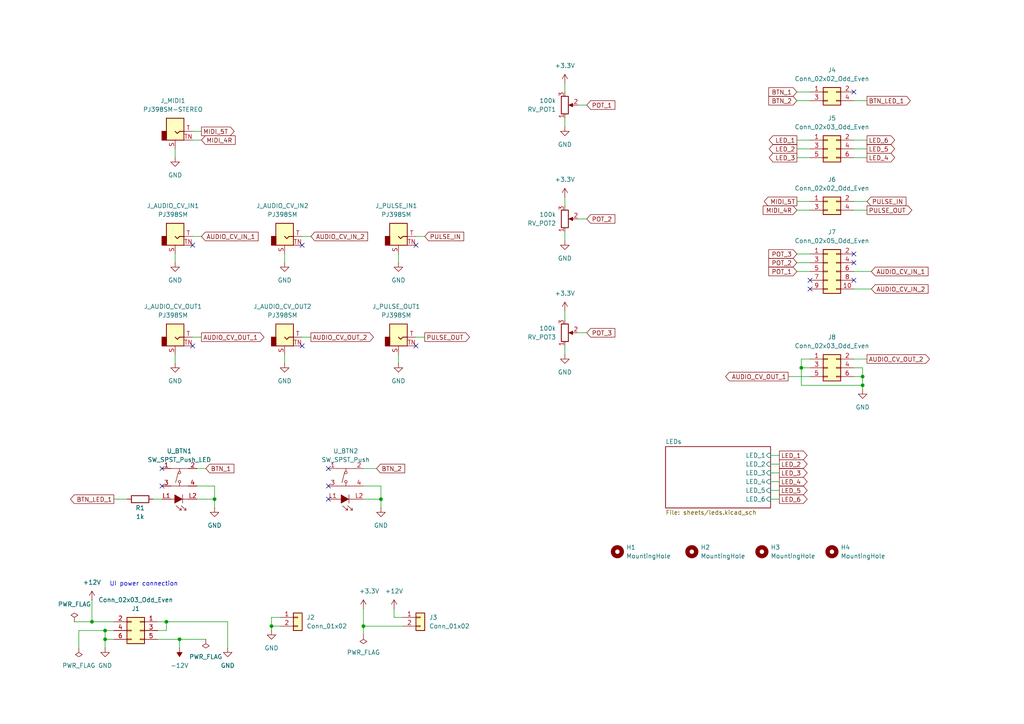
<source format=kicad_sch>
(kicad_sch (version 20250114) (generator "eeschema") (generator_version "9.0")
  (paper "A4")
  (title_block (title "Hog Moduleur Sidechain Mixer UI") (date "2025-07-06") (rev "v0.1") (company "Shmøergh"))
  (lib_symbols
    (symbol "Connector_Generic:Conn_01x02" (pin_names (offset 1.016) (hide yes))
      (property "Reference" "J" (at 0 2.54 0))
      (property "Value" "Conn_01x02" (at 0 -5.08 0))
      (symbol "Conn_01x02_1_1"
        (rectangle (start -1.27 1.27) (end 1.27 -3.81) (stroke (width 0.254)) (fill (type background)))
        (rectangle (start -1.27 0.127) (end 0 -0.127) (stroke (width 0.1524)))
        (rectangle (start -1.27 -2.413) (end 0 -2.667) (stroke (width 0.1524)))
        (pin passive line (at -5.08 0 0) (length 3.81) (name "Pin_1") (number "1"))
        (pin passive line (at -5.08 -2.54 0) (length 3.81) (name "Pin_2") (number "2"))
      )
    )
    (symbol "Connector_Generic:Conn_02x02_Odd_Even" (pin_names (offset 1.016) (hide yes))
      (property "Reference" "J" (at 1.27 2.54 0))
      (property "Value" "Conn_02x02_Odd_Even" (at 1.27 -5.08 0))
      (symbol "Conn_02x02_Odd_Even_1_1"
        (rectangle (start -1.27 1.27) (end 3.81 -3.81) (stroke (width 0.254)) (fill (type background)))
        (rectangle (start -1.27 0.127) (end 0 -0.127) (stroke (width 0.1524)))
        (rectangle (start -1.27 -2.413) (end 0 -2.667) (stroke (width 0.1524)))
        (rectangle (start 3.81 0.127) (end 2.54 -0.127) (stroke (width 0.1524)))
        (rectangle (start 3.81 -2.413) (end 2.54 -2.667) (stroke (width 0.1524)))
        (pin passive line (at -5.08 0 0) (length 3.81) (name "Pin_1") (number "1"))
        (pin passive line (at -5.08 -2.54 0) (length 3.81) (name "Pin_3") (number "3"))
        (pin passive line (at 7.62 0 180) (length 3.81) (name "Pin_2") (number "2"))
        (pin passive line (at 7.62 -2.54 180) (length 3.81) (name "Pin_4") (number "4"))
      )
    )
    (symbol "Connector_Generic:Conn_02x03_Odd_Even" (pin_names (offset 1.016) (hide yes))
      (property "Reference" "J" (at 1.27 5.08 0))
      (property "Value" "Conn_02x03_Odd_Even" (at 1.27 -5.08 0))
      (symbol "Conn_02x03_Odd_Even_1_1"
        (rectangle (start -1.27 3.81) (end 3.81 -3.81) (stroke (width 0.254)) (fill (type background)))
        (rectangle (start -1.27 2.667) (end 0 2.413) (stroke (width 0.1524)))
        (rectangle (start -1.27 0.127) (end 0 -0.127) (stroke (width 0.1524)))
        (rectangle (start -1.27 -2.413) (end 0 -2.667) (stroke (width 0.1524)))
        (rectangle (start 3.81 2.667) (end 2.54 2.413) (stroke (width 0.1524)))
        (rectangle (start 3.81 0.127) (end 2.54 -0.127) (stroke (width 0.1524)))
        (rectangle (start 3.81 -2.413) (end 2.54 -2.667) (stroke (width 0.1524)))
        (pin passive line (at -5.08 2.54 0) (length 3.81) (name "Pin_1") (number "1"))
        (pin passive line (at -5.08 0 0) (length 3.81) (name "Pin_3") (number "3"))
        (pin passive line (at -5.08 -2.54 0) (length 3.81) (name "Pin_5") (number "5"))
        (pin passive line (at 7.62 2.54 180) (length 3.81) (name "Pin_2") (number "2"))
        (pin passive line (at 7.62 0 180) (length 3.81) (name "Pin_4") (number "4"))
        (pin passive line (at 7.62 -2.54 180) (length 3.81) (name "Pin_6") (number "6"))
      )
    )
    (symbol "Connector_Generic:Conn_02x05_Odd_Even" (pin_names (offset 1.016) (hide yes))
      (property "Reference" "J" (at 1.27 7.62 0))
      (property "Value" "Conn_02x05_Odd_Even" (at 1.27 -7.62 0))
      (symbol "Conn_02x05_Odd_Even_1_1"
        (rectangle (start -1.27 6.35) (end 3.81 -6.35) (stroke (width 0.254)) (fill (type background)))
        (rectangle (start -1.27 5.207) (end 0 4.953) (stroke (width 0.1524)))
        (rectangle (start -1.27 2.667) (end 0 2.413) (stroke (width 0.1524)))
        (rectangle (start -1.27 0.127) (end 0 -0.127) (stroke (width 0.1524)))
        (rectangle (start -1.27 -2.413) (end 0 -2.667) (stroke (width 0.1524)))
        (rectangle (start -1.27 -4.953) (end 0 -5.207) (stroke (width 0.1524)))
        (rectangle (start 3.81 5.207) (end 2.54 4.953) (stroke (width 0.1524)))
        (rectangle (start 3.81 2.667) (end 2.54 2.413) (stroke (width 0.1524)))
        (rectangle (start 3.81 0.127) (end 2.54 -0.127) (stroke (width 0.1524)))
        (rectangle (start 3.81 -2.413) (end 2.54 -2.667) (stroke (width 0.1524)))
        (rectangle (start 3.81 -4.953) (end 2.54 -5.207) (stroke (width 0.1524)))
        (pin passive line (at -5.08 5.08 0) (length 3.81) (name "Pin_1") (number "1"))
        (pin passive line (at -5.08 2.54 0) (length 3.81) (name "Pin_3") (number "3"))
        (pin passive line (at -5.08 0 0) (length 3.81) (name "Pin_5") (number "5"))
        (pin passive line (at -5.08 -2.54 0) (length 3.81) (name "Pin_7") (number "7"))
        (pin passive line (at -5.08 -5.08 0) (length 3.81) (name "Pin_9") (number "9"))
        (pin passive line (at 7.62 5.08 180) (length 3.81) (name "Pin_2") (number "2"))
        (pin passive line (at 7.62 2.54 180) (length 3.81) (name "Pin_4") (number "4"))
        (pin passive line (at 7.62 0 180) (length 3.81) (name "Pin_6") (number "6"))
        (pin passive line (at 7.62 -2.54 180) (length 3.81) (name "Pin_8") (number "8"))
        (pin passive line (at 7.62 -5.08 180) (length 3.81) (name "Pin_10") (number "10"))
      )
    )
    (symbol "Device:R" (pin_numbers (hide yes)) (pin_names (offset 0))
      (property "Reference" "R" (at 2.032 0 90))
      (property "Value" "R" (at 0 0 90))
      (symbol "R_0_1"
        (rectangle (start -1.016 -2.54) (end 1.016 2.54) (stroke (width 0.254)))
      )
      (symbol "R_1_1"
        (pin passive line (at 0 3.81 270) (length 1.27) (name "~") (number "1"))
        (pin passive line (at 0 -3.81 90) (length 1.27) (name "~") (number "2"))
      )
    )
    (symbol "Device:R_Potentiometer" (pin_names (offset 1.016) (hide yes))
      (property "Reference" "RV" (at -4.445 0 90))
      (property "Value" "R_Potentiometer" (at -2.54 0 90))
      (symbol "R_Potentiometer_0_1"
        (rectangle (start 1.016 2.54) (end -1.016 -2.54) (stroke (width 0.254)))
        (polyline (pts (xy 1.143 0) (xy 2.286 0.508) (xy 2.286 -0.508) (xy 1.143 0)) (fill (type outline)))
        (polyline (pts (xy 2.54 0) (xy 1.524 0)))
      )
      (symbol "R_Potentiometer_1_1"
        (pin passive line (at 0 3.81 270) (length 1.27) (name "1") (number "1"))
        (pin passive line (at 0 -3.81 90) (length 1.27) (name "3") (number "3"))
        (pin passive line (at 3.81 0 180) (length 1.27) (name "2") (number "2"))
      )
    )
    (symbol "Mechanical:MountingHole" (pin_names (offset 1.016)) (in_bom no)
      (property "Reference" "H" (at 0 5.08 0))
      (property "Value" "MountingHole" (at 0 3.175 0))
      (symbol "MountingHole_0_1"
        (circle (center 0 0) (radius 1.27) (stroke (width 1.27)))
      )
    )
    (symbol "Shmoergh-Custom-Components:AudioJack2_Thonkiconn_S"
      (property "Reference" "J" (at 0 8.89 0))
      (property "Value" "AudioJack2_Thonkiconn" (at 0 6.35 0))
      (symbol "AudioJack2_Thonkiconn_S_0_1"
        (rectangle (start -2.54 -2.54) (end -3.81 0) (stroke (width 0.254)) (fill (type outline)))
        (polyline (pts (xy 0 0) (xy 0.635 -0.635) (xy 1.27 0) (xy 2.54 0)) (stroke (width 0.254)))
        (rectangle (start 2.54 3.81) (end -2.54 -2.54) (stroke (width 0.254)) (fill (type background)))
      )
      (symbol "AudioJack2_Thonkiconn_S_1_1"
        (pin passive line (at 0 -5.08 90) (length 2.54) (name "~") (number "S"))
        (pin bidirectional line (at 5.08 0 180) (length 2.54) (name "~") (number "T"))
        (pin passive line (at 5.08 -2.54 180) (length 2.54) (name "~") (number "TN"))
      )
    )
    (symbol "Shmoergh-Custom-Components:SW_SPST_Push_LED" (pin_names (offset 1.016))
      (property "Reference" "U" (at 0 6.35 0))
      (property "Value" "SW_SPST_Push_LED" (at 0.381 8.89 0))
      (symbol "SW_SPST_Push_LED_0_1"
        (rectangle (start -2.54 2.54) (end 2.54 2.54))
        (rectangle (start -2.54 -2.54) (end 2.54 -2.54))
        (polyline (pts (xy -1.397 -7.493) (xy -1.397 -5.08) (xy 0.762 -6.35) (xy -1.397 -7.493)) (fill (type outline)))
        (polyline (pts (xy -1.016 -8.255) (xy 0.508 -9.525) (xy -0.127 -9.525)))
        (polyline (pts (xy -0.381 1.397) (xy -1.143 -1.524)))
        (rectangle (start 0 2.54) (end 0 1.778))
        (circle (center 0 1.397) (radius 0.3556))
        (circle (center 0 -1.27) (radius 0.3556))
        (rectangle (start 0 -2.54) (end 0 -1.651))
        (polyline (pts (xy 0.508 -8.255) (xy 1.905 -9.525) (xy 1.27 -9.525)))
        (polyline (pts (xy 0.508 -9.525) (xy 0.381 -8.89)))
        (polyline (pts (xy 0.889 -5.08) (xy 0.889 -7.493)))
        (polyline (pts (xy 1.905 -9.525) (xy 1.778 -8.89)))
        (polyline (pts (xy 2.54 -6.35) (xy 0.889 -6.35) (xy -2.667 -6.35)))
      )
      (symbol "SW_SPST_Push_LED_1_1"
        (pin input line (at -5.08 2.54 0) (length 2.54) (name "~") (number "1"))
        (pin input line (at -5.08 -2.54 0) (length 2.54) (name "~") (number "3"))
        (pin input line (at -5.08 -6.35 0) (length 2.54) (name "~") (number "L1"))
        (pin input line (at 5.08 2.54 180) (length 2.54) (name "~") (number "2"))
        (pin input line (at 5.08 -2.54 180) (length 2.54) (name "~") (number "4"))
        (pin input line (at 5.08 -6.35 180) (length 2.54) (name "~") (number "L2"))
      )
    )
    (symbol "power:+12V" (power) (pin_numbers (hide yes)) (pin_names (offset 0) (hide yes))
      (property "Value" "+12V" (at 0 3.556 0))
      (symbol "+12V_0_1"
        (polyline (pts (xy -0.762 1.27) (xy 0 2.54)))
        (polyline (pts (xy 0 2.54) (xy 0.762 1.27)))
        (polyline (pts (xy 0 0) (xy 0 2.54)))
      )
      (symbol "+12V_1_1"
        (pin power_in line (at 0 0 90) (length 0) (name "~") (number "1"))
      )
    )
    (symbol "power:+3.3V" (power) (pin_numbers (hide yes)) (pin_names (offset 0) (hide yes))
      (property "Value" "+3.3V" (at 0 3.556 0))
      (symbol "+3.3V_0_1"
        (polyline (pts (xy -0.762 1.27) (xy 0 2.54)))
        (polyline (pts (xy 0 2.54) (xy 0.762 1.27)))
        (polyline (pts (xy 0 0) (xy 0 2.54)))
      )
      (symbol "+3.3V_1_1"
        (pin power_in line (at 0 0 90) (length 0) (name "~") (number "1"))
      )
    )
    (symbol "power:-12V" (power) (pin_numbers (hide yes)) (pin_names (offset 0) (hide yes))
      (property "Value" "-12V" (at 0 3.556 0))
      (symbol "-12V_0_0"
        (pin power_in line (at 0 0 90) (length 0) (name "~") (number "1"))
      )
      (symbol "-12V_0_1"
        (polyline (pts (xy 0 0) (xy 0 1.27) (xy 0.762 1.27) (xy 0 2.54) (xy -0.762 1.27) (xy 0 1.27)) (fill (type outline)))
      )
    )
    (symbol "power:GND" (power) (pin_numbers (hide yes)) (pin_names (offset 0) (hide yes))
      (property "Value" "GND" (at 0 -3.81 0))
      (symbol "GND_0_1"
        (polyline (pts (xy 0 0) (xy 0 -1.27) (xy 1.27 -1.27) (xy 0 -2.54) (xy -1.27 -1.27) (xy 0 -1.27)))
      )
      (symbol "GND_1_1"
        (pin power_in line (at 0 0 270) (length 0) (name "~") (number "1"))
      )
    )
    (symbol "power:PWR_FLAG" (power) (pin_numbers (hide yes)) (pin_names (offset 0) (hide yes))
      (property "Value" "PWR_FLAG" (at 0 3.81 0))
      (symbol "PWR_FLAG_0_0"
        (pin power_out line (at 0 0 90) (length 0) (name "~") (number "1"))
      )
      (symbol "PWR_FLAG_0_1"
        (polyline (pts (xy 0 0) (xy 0 1.27) (xy -1.016 1.905) (xy 0 2.54) (xy 1.016 1.905) (xy 0 1.27)))
      )
    )
  )
  (text "UI power connection" (at 31.75 170.18 0) (effects (font (size 1.27 1.27)) (justify left bottom)))
  (junction (at 250.19 111.76))
  (junction (at 78.74 181.61))
  (junction (at 105.41 181.61))
  (junction (at 250.19 109.22))
  (junction (at 30.48 182.88))
  (junction (at 232.41 106.68))
  (junction (at 52.07 185.42))
  (junction (at 48.26 180.34))
  (junction (at 110.49 144.78))
  (junction (at 26.67 180.34))
  (junction (at 62.23 144.78))
  (junction (at 30.48 185.42))
  (no_connect (at 87.63 100.33))
  (no_connect (at 247.65 76.2))
  (no_connect (at 247.65 81.28))
  (no_connect (at 234.95 81.28))
  (no_connect (at 46.99 140.97))
  (no_connect (at 234.95 83.82))
  (no_connect (at 95.25 140.97))
  (no_connect (at 120.65 71.12))
  (no_connect (at 55.88 100.33))
  (no_connect (at 247.65 26.67))
  (no_connect (at 95.25 144.78))
  (no_connect (at 95.25 135.89))
  (no_connect (at 247.65 73.66))
  (no_connect (at 46.99 135.89))
  (no_connect (at 120.65 100.33))
  (no_connect (at 55.88 71.12))
  (no_connect (at 87.63 71.12))
  (wire (pts (xy 90.17 68.58) (xy 87.63 68.58)))
  (wire (pts (xy 223.52 144.78) (xy 226.06 144.78)))
  (wire (pts (xy 163.83 100.33) (xy 163.83 102.87)))
  (wire (pts (xy 163.83 34.29) (xy 163.83 36.83)))
  (wire (pts (xy 251.46 104.14) (xy 247.65 104.14)))
  (wire (pts (xy 105.41 140.97) (xy 110.49 140.97)))
  (wire (pts (xy 52.07 187.96) (xy 52.07 185.42)))
  (wire (pts (xy 226.06 134.62) (xy 223.52 134.62)))
  (wire (pts (xy 59.69 185.42) (xy 52.07 185.42)))
  (wire (pts (xy 250.19 106.68) (xy 250.19 109.22)))
  (wire (pts (xy 123.19 68.58) (xy 120.65 68.58)))
  (wire (pts (xy 226.06 137.16) (xy 223.52 137.16)))
  (wire (pts (xy 45.72 185.42) (xy 52.07 185.42)))
  (wire (pts (xy 247.65 78.74) (xy 252.73 78.74)))
  (wire (pts (xy 251.46 29.21) (xy 247.65 29.21)))
  (wire (pts (xy 58.42 38.1) (xy 55.88 38.1)))
  (wire (pts (xy 170.18 30.48) (xy 167.64 30.48)))
  (wire (pts (xy 78.74 181.61) (xy 81.28 181.61)))
  (wire (pts (xy 105.41 144.78) (xy 110.49 144.78)))
  (wire (pts (xy 163.83 67.31) (xy 163.83 69.85)))
  (wire (pts (xy 252.73 83.82) (xy 247.65 83.82)))
  (wire (pts (xy 114.3 176.53) (xy 114.3 179.07)))
  (wire (pts (xy 26.67 180.34) (xy 33.02 180.34)))
  (wire (pts (xy 33.02 144.78) (xy 36.83 144.78)))
  (wire (pts (xy 223.52 139.7) (xy 226.06 139.7)))
  (wire (pts (xy 232.41 111.76) (xy 250.19 111.76)))
  (wire (pts (xy 247.65 109.22) (xy 250.19 109.22)))
  (wire (pts (xy 163.83 24.13) (xy 163.83 26.67)))
  (wire (pts (xy 247.65 106.68) (xy 250.19 106.68)))
  (wire (pts (xy 250.19 111.76) (xy 250.19 113.03)))
  (wire (pts (xy 231.14 26.67) (xy 234.95 26.67)))
  (wire (pts (xy 105.41 181.61) (xy 105.41 176.53)))
  (wire (pts (xy 251.46 58.42) (xy 247.65 58.42)))
  (wire (pts (xy 116.84 181.61) (xy 105.41 181.61)))
  (wire (pts (xy 110.49 144.78) (xy 110.49 147.32)))
  (wire (pts (xy 251.46 40.64) (xy 247.65 40.64)))
  (wire (pts (xy 251.46 45.72) (xy 247.65 45.72)))
  (wire (pts (xy 81.28 179.07) (xy 78.74 179.07)))
  (wire (pts (xy 59.69 135.89) (xy 57.15 135.89)))
  (wire (pts (xy 232.41 104.14) (xy 232.41 106.68)))
  (wire (pts (xy 58.42 40.64) (xy 55.88 40.64)))
  (wire (pts (xy 109.22 135.89) (xy 105.41 135.89)))
  (wire (pts (xy 110.49 140.97) (xy 110.49 144.78)))
  (wire (pts (xy 82.55 102.87) (xy 82.55 105.41)))
  (wire (pts (xy 114.3 179.07) (xy 116.84 179.07)))
  (wire (pts (xy 234.95 104.14) (xy 232.41 104.14)))
  (wire (pts (xy 163.83 57.15) (xy 163.83 59.69)))
  (wire (pts (xy 163.83 90.17) (xy 163.83 92.71)))
  (wire (pts (xy 232.41 106.68) (xy 232.41 111.76)))
  (wire (pts (xy 170.18 63.5) (xy 167.64 63.5)))
  (wire (pts (xy 78.74 179.07) (xy 78.74 181.61)))
  (wire (pts (xy 231.14 73.66) (xy 234.95 73.66)))
  (wire (pts (xy 26.67 173.99) (xy 26.67 180.34)))
  (wire (pts (xy 62.23 140.97) (xy 62.23 144.78)))
  (wire (pts (xy 231.14 78.74) (xy 234.95 78.74)))
  (wire (pts (xy 170.18 96.52) (xy 167.64 96.52)))
  (wire (pts (xy 105.41 184.15) (xy 105.41 181.61)))
  (wire (pts (xy 48.26 180.34) (xy 45.72 180.34)))
  (wire (pts (xy 50.8 73.66) (xy 50.8 76.2)))
  (wire (pts (xy 21.59 180.34) (xy 26.67 180.34)))
  (wire (pts (xy 115.57 73.66) (xy 115.57 76.2)))
  (wire (pts (xy 22.86 182.88) (xy 30.48 182.88)))
  (wire (pts (xy 66.04 187.96) (xy 66.04 180.34)))
  (wire (pts (xy 48.26 182.88) (xy 48.26 180.34)))
  (wire (pts (xy 231.14 43.18) (xy 234.95 43.18)))
  (wire (pts (xy 251.46 43.18) (xy 247.65 43.18)))
  (wire (pts (xy 33.02 185.42) (xy 30.48 185.42)))
  (wire (pts (xy 50.8 102.87) (xy 50.8 105.41)))
  (wire (pts (xy 231.14 29.21) (xy 234.95 29.21)))
  (wire (pts (xy 232.41 106.68) (xy 234.95 106.68)))
  (wire (pts (xy 44.45 144.78) (xy 46.99 144.78)))
  (wire (pts (xy 50.8 43.18) (xy 50.8 45.72)))
  (wire (pts (xy 231.14 60.96) (xy 234.95 60.96)))
  (wire (pts (xy 231.14 40.64) (xy 234.95 40.64)))
  (wire (pts (xy 57.15 140.97) (xy 62.23 140.97)))
  (wire (pts (xy 90.17 97.79) (xy 87.63 97.79)))
  (wire (pts (xy 123.19 97.79) (xy 120.65 97.79)))
  (wire (pts (xy 66.04 180.34) (xy 48.26 180.34)))
  (wire (pts (xy 250.19 109.22) (xy 250.19 111.76)))
  (wire (pts (xy 226.06 132.08) (xy 223.52 132.08)))
  (wire (pts (xy 231.14 45.72) (xy 234.95 45.72)))
  (wire (pts (xy 30.48 182.88) (xy 33.02 182.88)))
  (wire (pts (xy 228.6 109.22) (xy 234.95 109.22)))
  (wire (pts (xy 223.52 142.24) (xy 226.06 142.24)))
  (wire (pts (xy 30.48 185.42) (xy 30.48 182.88)))
  (wire (pts (xy 58.42 68.58) (xy 55.88 68.58)))
  (wire (pts (xy 22.86 187.96) (xy 22.86 182.88)))
  (wire (pts (xy 115.57 102.87) (xy 115.57 105.41)))
  (wire (pts (xy 251.46 60.96) (xy 247.65 60.96)))
  (wire (pts (xy 78.74 181.61) (xy 78.74 182.88)))
  (wire (pts (xy 30.48 187.96) (xy 30.48 185.42)))
  (wire (pts (xy 231.14 76.2) (xy 234.95 76.2)))
  (wire (pts (xy 45.72 182.88) (xy 48.26 182.88)))
  (wire (pts (xy 231.14 58.42) (xy 234.95 58.42)))
  (wire (pts (xy 82.55 73.66) (xy 82.55 76.2)))
  (wire (pts (xy 62.23 144.78) (xy 62.23 147.32)))
  (wire (pts (xy 58.42 97.79) (xy 55.88 97.79)))
  (wire (pts (xy 57.15 144.78) (xy 62.23 144.78)))
  (global_label "AUDIO_CV_IN_1" (shape input) (at 252.73 78.74 0) (property "Intersheetrefs" "${INTERSHEET_REFS}" (effects (hide yes))))
  (global_label "POT_2" (shape input) (at 170.18 63.5 0) (property "Intersheetrefs" "${INTERSHEET_REFS}" (effects (hide yes))))
  (global_label "PULSE_OUT" (shape output) (at 123.19 97.79 0) (property "Intersheetrefs" "${INTERSHEET_REFS}" (effects (hide yes))))
  (global_label "LED_5" (shape output) (at 251.46 43.18 0) (property "Intersheetrefs" "${INTERSHEET_REFS}" (effects (hide yes))))
  (global_label "AUDIO_CV_OUT_1" (shape output) (at 228.6 109.22 180) (property "Intersheetrefs" "${INTERSHEET_REFS}" (effects (hide yes))))
  (global_label "LED_3" (shape output) (at 226.06 137.16 0) (property "Intersheetrefs" "${INTERSHEET_REFS}" (effects (hide yes))))
  (global_label "POT_1" (shape input) (at 231.14 78.74 180) (property "Intersheetrefs" "${INTERSHEET_REFS}" (effects (hide yes))))
  (global_label "AUDIO_CV_OUT_1" (shape output) (at 58.42 97.79 0) (property "Intersheetrefs" "${INTERSHEET_REFS}" (effects (hide yes))))
  (global_label "LED_3" (shape output) (at 231.14 45.72 180) (property "Intersheetrefs" "${INTERSHEET_REFS}" (effects (hide yes))))
  (global_label "AUDIO_CV_IN_2" (shape input) (at 252.73 83.82 0) (property "Intersheetrefs" "${INTERSHEET_REFS}" (effects (hide yes))))
  (global_label "PULSE_IN" (shape input) (at 251.46 58.42 0) (property "Intersheetrefs" "${INTERSHEET_REFS}" (effects (hide yes))))
  (global_label "BTN_1" (shape input) (at 231.14 26.67 180) (property "Intersheetrefs" "${INTERSHEET_REFS}" (effects (hide yes))))
  (global_label "MIDI_5T" (shape output) (at 58.42 38.1 0) (property "Intersheetrefs" "${INTERSHEET_REFS}" (effects (hide yes))))
  (global_label "PULSE_IN" (shape input) (at 123.19 68.58 0) (property "Intersheetrefs" "${INTERSHEET_REFS}" (effects (hide yes))))
  (global_label "AUDIO_CV_IN_1" (shape input) (at 58.42 68.58 0) (property "Intersheetrefs" "${INTERSHEET_REFS}" (effects (hide yes))))
  (global_label "MIDI_4R" (shape input) (at 58.42 40.64 0) (property "Intersheetrefs" "${INTERSHEET_REFS}" (effects (hide yes))))
  (global_label "LED_6" (shape output) (at 251.46 40.64 0) (property "Intersheetrefs" "${INTERSHEET_REFS}" (effects (hide yes))))
  (global_label "BTN_LED_1" (shape output) (at 251.46 29.21 0) (property "Intersheetrefs" "${INTERSHEET_REFS}" (effects (hide yes))))
  (global_label "LED_2" (shape output) (at 226.06 134.62 0) (property "Intersheetrefs" "${INTERSHEET_REFS}" (effects (hide yes))))
  (global_label "POT_3" (shape input) (at 170.18 96.52 0) (property "Intersheetrefs" "${INTERSHEET_REFS}" (effects (hide yes))))
  (global_label "LED_5" (shape output) (at 226.06 142.24 0) (property "Intersheetrefs" "${INTERSHEET_REFS}" (effects (hide yes))))
  (global_label "POT_2" (shape input) (at 231.14 76.2 180) (property "Intersheetrefs" "${INTERSHEET_REFS}" (effects (hide yes))))
  (global_label "BTN_1" (shape input) (at 59.69 135.89 0) (property "Intersheetrefs" "${INTERSHEET_REFS}" (effects (hide yes))))
  (global_label "PULSE_OUT" (shape output) (at 251.46 60.96 0) (property "Intersheetrefs" "${INTERSHEET_REFS}" (effects (hide yes))))
  (global_label "AUDIO_CV_OUT_2" (shape output) (at 251.46 104.14 0) (property "Intersheetrefs" "${INTERSHEET_REFS}" (effects (hide yes))))
  (global_label "AUDIO_CV_IN_2" (shape input) (at 90.17 68.58 0) (property "Intersheetrefs" "${INTERSHEET_REFS}" (effects (hide yes))))
  (global_label "LED_1" (shape output) (at 231.14 40.64 180) (property "Intersheetrefs" "${INTERSHEET_REFS}" (effects (hide yes))))
  (global_label "POT_3" (shape input) (at 231.14 73.66 180) (property "Intersheetrefs" "${INTERSHEET_REFS}" (effects (hide yes))))
  (global_label "LED_4" (shape output) (at 251.46 45.72 0) (property "Intersheetrefs" "${INTERSHEET_REFS}" (effects (hide yes))))
  (global_label "BTN_2" (shape input) (at 231.14 29.21 180) (property "Intersheetrefs" "${INTERSHEET_REFS}" (effects (hide yes))))
  (global_label "AUDIO_CV_OUT_2" (shape output) (at 90.17 97.79 0) (property "Intersheetrefs" "${INTERSHEET_REFS}" (effects (hide yes))))
  (global_label "POT_1" (shape input) (at 170.18 30.48 0) (property "Intersheetrefs" "${INTERSHEET_REFS}" (effects (hide yes))))
  (global_label "MIDI_5T" (shape output) (at 231.14 58.42 180) (property "Intersheetrefs" "${INTERSHEET_REFS}" (effects (hide yes))))
  (global_label "BTN_LED_1" (shape output) (at 33.02 144.78 180) (property "Intersheetrefs" "${INTERSHEET_REFS}" (effects (hide yes))))
  (global_label "LED_2" (shape output) (at 231.14 43.18 180) (property "Intersheetrefs" "${INTERSHEET_REFS}" (effects (hide yes))))
  (global_label "LED_4" (shape output) (at 226.06 139.7 0) (property "Intersheetrefs" "${INTERSHEET_REFS}" (effects (hide yes))))
  (global_label "LED_6" (shape output) (at 226.06 144.78 0) (property "Intersheetrefs" "${INTERSHEET_REFS}" (effects (hide yes))))
  (global_label "BTN_2" (shape input) (at 109.22 135.89 0) (property "Intersheetrefs" "${INTERSHEET_REFS}" (effects (hide yes))))
  (global_label "LED_1" (shape output) (at 226.06 132.08 0) (property "Intersheetrefs" "${INTERSHEET_REFS}" (effects (hide yes))))
  (global_label "MIDI_4R" (shape input) (at 231.14 60.96 180) (property "Intersheetrefs" "${INTERSHEET_REFS}" (effects (hide yes))))
  (symbol (lib_id "power:GND") (at 250.19 113.03 0) (unit 1)
    (property "Reference" "#PWR038" (effects (hide yes)))
    (property "Value" "GND" (at 250.19 118.11 0))
    (property "Description" "Power symbol creates a global label with name \"GND\" , ground" (effects (hide yes)))
  )
  (symbol (lib_id "power:+12V") (at 26.67 173.99 0) (unit 1)
    (property "Reference" "#PWR01" (effects (hide yes)))
    (property "Value" "+12V" (at 26.67 168.91 0))
    (property "Description" "Power symbol creates a global label with name \"+12V\"" (effects (hide yes)))
  )
  (symbol (lib_id "Connector_Generic:Conn_02x02_Odd_Even") (at 240.03 26.67 0) (unit 1)
    (property "Reference" "J4" (at 241.3 20.32 0))
    (property "Value" "Conn_02x02_Odd_Even" (at 241.3 22.86 0))
    (property "Footprint" "Connector_PinSocket_2.54mm:PinSocket_2x02_P2.54mm_Vertical" (effects (hide yes)))
    (property "Description" "Generic connector, double row, 02x02, odd/even pin numbering scheme (row 1 odd numbers, row 2 even numbers), script generated (kicad-library-utils/schlib/autogen/connector/)" (effects (hide yes)))
  )
  (symbol (lib_id "power:+3.3V") (at 163.83 57.15 0) (unit 1)
    (property "Reference" "#PWR018" (effects (hide yes)))
    (property "Value" "+3.3V" (at 163.83 52.07 0))
    (property "Description" "Power symbol creates a global label with name \"+3.3V\"" (effects (hide yes)))
  )
  (symbol (lib_id "power:GND") (at 163.83 102.87 0) (unit 1)
    (property "Reference" "#PWR020" (effects (hide yes)))
    (property "Value" "GND" (at 163.83 107.95 0))
    (property "Description" "Power symbol creates a global label with name \"GND\" , ground" (effects (hide yes)))
  )
  (symbol (lib_id "power:PWR_FLAG") (at 105.41 184.15 180) (unit 1)
    (property "Reference" "#FLG04" (effects (hide yes)))
    (property "Value" "PWR_FLAG" (at 105.41 189.23 0))
    (property "Description" "Special symbol for telling ERC where power comes from" (effects (hide yes)))
  )
  (symbol (lib_id "Shmoergh-Custom-Components:SW_SPST_Push_LED") (at 100.33 138.43 0) (unit 1)
    (property "Reference" "U_BTN2" (at 100.2665 130.81 0))
    (property "Value" "SW_SPST_Push" (at 100.2665 133.35 0))
    (property "Footprint" "Shmoergh_Custom_Footprints:SPST_Circular_Pushbutton_LED" (effects (hide yes)))
  )
  (symbol (lib_id "Shmoergh-Custom-Components:AudioJack2_Thonkiconn_S") (at 50.8 68.58 0) (unit 1)
    (property "Reference" "J_AUDIO_CV_IN1" (at 50.165 59.69 0))
    (property "Value" "PJ398SM" (at 50.165 62.23 0))
    (property "Footprint" "Shmoergh_Custom_Footprints:Jack_3.5mm_QingPu_WQP-PJ398SM_Vertical_CircularHoles" (effects (hide yes)))
    (property "Description" "Audio Jack, 2 Poles (Mono / TS), Grounded Sleeve" (effects (hide yes)))
    (property "Part URL" "https://www.thonk.co.uk/shop/thonkiconn/" (effects (hide yes)))
    (property "Vendor" "Thonk" (effects (hide yes)))
    (property "Part no." "PJ398SM" (effects (hide yes)))
  )
  (symbol (lib_id "Shmoergh-Custom-Components:AudioJack2_Thonkiconn_S") (at 115.57 97.79 0) (unit 1)
    (property "Reference" "J_PULSE_OUT1" (at 114.935 88.9 0))
    (property "Value" "PJ398SM" (at 114.935 91.44 0))
    (property "Footprint" "Shmoergh_Custom_Footprints:Jack_3.5mm_QingPu_WQP-PJ398SM_Vertical_CircularHoles" (effects (hide yes)))
    (property "Description" "Audio Jack, 2 Poles (Mono / TS), Grounded Sleeve" (effects (hide yes)))
    (property "Part URL" "https://www.thonk.co.uk/shop/thonkiconn/" (effects (hide yes)))
    (property "Vendor" "Thonk" (effects (hide yes)))
    (property "Part no." "PJ398SM" (effects (hide yes)))
  )
  (symbol (lib_id "Device:R_Potentiometer") (at 163.83 96.52 0) (mirror x) (unit 1)
    (property "Reference" "RV_POT3" (at 161.29 97.7901 0) (effects (justify right)))
    (property "Value" "100k" (at 161.29 95.2501 0) (effects (justify right)))
    (property "Footprint" "Shmoergh_Custom_Footprints:Potentiometer_Bourns_Single-PTV09A" (effects (hide yes)))
    (property "Description" "Potentiometer" (effects (hide yes)))
    (property "Part URL" "https://mou.sr/4694GMU" (effects (hide yes)))
    (property "Vendor" "Mouser" (effects (hide yes)))
    (property "Part no." "652-PTV09A4025FB104" (effects (hide yes)))
  )
  (symbol (lib_id "power:+12V") (at 114.3 176.53 0) (unit 1)
    (property "Reference" "#PWR037" (effects (hide yes)))
    (property "Value" "+12V" (at 114.3 171.45 0))
    (property "Description" "Power symbol creates a global label with name \"+12V\"" (effects (hide yes)))
  )
  (symbol (lib_id "power:-12V") (at 52.07 187.96 180) (unit 1)
    (property "Reference" "#PWR06" (effects (hide yes)))
    (property "Value" "-12V" (at 52.07 193.04 0))
    (property "Description" "Power symbol creates a global label with name \"-12V\"" (effects (hide yes)))
  )
  (symbol (lib_id "Connector_Generic:Conn_02x03_Odd_Even") (at 40.64 182.88 0) (mirror y) (unit 1)
    (property "Reference" "J1" (at 39.37 176.53 0))
    (property "Value" "Conn_02x03_Odd_Even" (at 39.37 173.99 0))
    (property "Footprint" "Connector_PinSocket_2.54mm:PinSocket_2x03_P2.54mm_Vertical" (effects (hide yes)))
    (property "Description" "Generic connector, double row, 02x03, odd/even pin numbering scheme (row 1 odd numbers, row 2 even numbers), script generated (kicad-library-utils/schlib/autogen/connector/)" (effects (hide yes)))
    (property "Part URL" "https://mou.sr/3GIDVEr" (effects (hide yes)))
    (property "Vendor" "Mouser" (effects (hide yes)))
    (property "Part no." "200-SSW10301TD" (effects (hide yes)))
  )
  (symbol (lib_id "power:GND") (at 50.8 105.41 0) (unit 1)
    (property "Reference" "#PWR05" (effects (hide yes)))
    (property "Value" "GND" (at 50.8 110.49 0))
    (property "Description" "Power symbol creates a global label with name \"GND\" , ground" (effects (hide yes)))
  )
  (symbol (lib_id "Shmoergh-Custom-Components:AudioJack2_Thonkiconn_S") (at 50.8 97.79 0) (unit 1)
    (property "Reference" "J_AUDIO_CV_OUT1" (at 50.165 88.9 0))
    (property "Value" "PJ398SM" (at 50.165 91.44 0))
    (property "Footprint" "Shmoergh_Custom_Footprints:Jack_3.5mm_QingPu_WQP-PJ398SM_Vertical_CircularHoles" (effects (hide yes)))
    (property "Description" "Audio Jack, 2 Poles (Mono / TS), Grounded Sleeve" (effects (hide yes)))
    (property "Part URL" "https://www.thonk.co.uk/shop/thonkiconn/" (effects (hide yes)))
    (property "Vendor" "Thonk" (effects (hide yes)))
    (property "Part no." "PJ398SM" (effects (hide yes)))
  )
  (symbol (lib_id "power:GND") (at 50.8 45.72 0) (unit 1)
    (property "Reference" "#PWR03" (effects (hide yes)))
    (property "Value" "GND" (at 50.8 50.8 0))
    (property "Description" "Power symbol creates a global label with name \"GND\" , ground" (effects (hide yes)))
  )
  (symbol (lib_id "Shmoergh-Custom-Components:AudioJack2_Thonkiconn_S") (at 50.8 38.1 0) (unit 1)
    (property "Reference" "J_MIDI1" (at 50.165 29.21 0))
    (property "Value" "PJ398SM-STEREO" (at 50.165 31.75 0))
    (property "Footprint" "Shmoergh_Custom_Footprints:Jack_3.5mm_QingPu_WQP-PJ398SM_Vertical_CircularHoles" (effects (hide yes)))
    (property "Description" "Audio Jack, 2 Poles (Mono / TS), Grounded Sleeve" (effects (hide yes)))
    (property "Part URL" "https://www.thonk.co.uk/shop/thonkiconn/" (effects (hide yes)))
    (property "Vendor" "Thonk" (effects (hide yes)))
    (property "Part no." "PJ398SM" (effects (hide yes)))
  )
  (symbol (lib_id "Mechanical:MountingHole") (at 200.66 160.02 0) (unit 1) (in_bom no)
    (property "Reference" "H2" (at 203.2 158.7499 0) (effects (justify left)))
    (property "Value" "MountingHole" (at 203.2 161.2899 0) (effects (justify left)))
    (property "Footprint" "MountingHole:MountingHole_3.2mm_M3_DIN965_Pad" (effects (hide yes)))
    (property "Description" "Mounting Hole without connection" (effects (hide yes)))
    (property "Vendor" "-" (effects (hide yes)))
  )
  (symbol (lib_id "power:+3.3V") (at 163.83 24.13 0) (unit 1)
    (property "Reference" "#PWR016" (effects (hide yes)))
    (property "Value" "+3.3V" (at 163.83 19.05 0))
    (property "Description" "Power symbol creates a global label with name \"+3.3V\"" (effects (hide yes)))
  )
  (symbol (lib_id "power:GND") (at 50.8 76.2 0) (unit 1)
    (property "Reference" "#PWR04" (effects (hide yes)))
    (property "Value" "GND" (at 50.8 81.28 0))
    (property "Description" "Power symbol creates a global label with name \"GND\" , ground" (effects (hide yes)))
  )
  (symbol (lib_id "power:GND") (at 163.83 69.85 0) (unit 1)
    (property "Reference" "#PWR019" (effects (hide yes)))
    (property "Value" "GND" (at 163.83 74.93 0))
    (property "Description" "Power symbol creates a global label with name \"GND\" , ground" (effects (hide yes)))
  )
  (symbol (lib_id "Mechanical:MountingHole") (at 179.07 160.02 0) (unit 1) (in_bom no)
    (property "Reference" "H1" (at 181.61 158.7499 0) (effects (justify left)))
    (property "Value" "MountingHole" (at 181.61 161.2899 0) (effects (justify left)))
    (property "Footprint" "MountingHole:MountingHole_3.2mm_M3_DIN965_Pad" (effects (hide yes)))
    (property "Description" "Mounting Hole without connection" (effects (hide yes)))
    (property "Vendor" "-" (effects (hide yes)))
  )
  (symbol (lib_id "Shmoergh-Custom-Components:SW_SPST_Push_LED") (at 52.07 138.43 0) (unit 1)
    (property "Reference" "U_BTN1" (at 52.0065 130.81 0))
    (property "Value" "SW_SPST_Push_LED" (at 52.0065 133.35 0))
    (property "Footprint" "Shmoergh_Custom_Footprints:SPST_Circular_Pushbutton_LED" (effects (hide yes)))
  )
  (symbol (lib_id "power:PWR_FLAG") (at 21.59 180.34 0) (unit 1)
    (property "Reference" "#FLG01" (effects (hide yes)))
    (property "Value" "PWR_FLAG" (at 21.59 175.26 0))
    (property "Description" "Special symbol for telling ERC where power comes from" (effects (hide yes)))
  )
  (symbol (lib_id "power:GND") (at 66.04 187.96 0) (unit 1)
    (property "Reference" "#PWR08" (effects (hide yes)))
    (property "Value" "GND" (at 66.04 193.04 0))
    (property "Description" "Power symbol creates a global label with name \"GND\" , ground" (effects (hide yes)))
  )
  (symbol (lib_id "power:+3.3V") (at 163.83 90.17 0) (unit 1)
    (property "Reference" "#PWR012" (effects (hide yes)))
    (property "Value" "+3.3V" (at 163.83 85.09 0))
    (property "Description" "Power symbol creates a global label with name \"+3.3V\"" (effects (hide yes)))
  )
  (symbol (lib_id "power:GND") (at 62.23 147.32 0) (unit 1)
    (property "Reference" "#PWR07" (effects (hide yes)))
    (property "Value" "GND" (at 62.23 152.4 0))
    (property "Description" "Power symbol creates a global label with name \"GND\" , ground" (effects (hide yes)))
  )
  (symbol (lib_id "power:GND") (at 163.83 36.83 0) (unit 1)
    (property "Reference" "#PWR017" (effects (hide yes)))
    (property "Value" "GND" (at 163.83 41.91 0))
    (property "Description" "Power symbol creates a global label with name \"GND\" , ground" (effects (hide yes)))
  )
  (symbol (lib_id "power:GND") (at 82.55 105.41 0) (unit 1)
    (property "Reference" "#PWR011" (effects (hide yes)))
    (property "Value" "GND" (at 82.55 110.49 0))
    (property "Description" "Power symbol creates a global label with name \"GND\" , ground" (effects (hide yes)))
  )
  (symbol (lib_id "power:GND") (at 115.57 76.2 0) (unit 1)
    (property "Reference" "#PWR013" (effects (hide yes)))
    (property "Value" "GND" (at 115.57 81.28 0))
    (property "Description" "Power symbol creates a global label with name \"GND\" , ground" (effects (hide yes)))
  )
  (symbol (lib_id "power:GND") (at 115.57 105.41 0) (unit 1)
    (property "Reference" "#PWR014" (effects (hide yes)))
    (property "Value" "GND" (at 115.57 110.49 0))
    (property "Description" "Power symbol creates a global label with name \"GND\" , ground" (effects (hide yes)))
  )
  (symbol (lib_id "Device:R_Potentiometer") (at 163.83 30.48 0) (mirror x) (unit 1)
    (property "Reference" "RV_POT1" (at 161.29 31.7501 0) (effects (justify right)))
    (property "Value" "100k" (at 161.29 29.2101 0) (effects (justify right)))
    (property "Footprint" "Shmoergh_Custom_Footprints:Potentiometer_Bourns_Single-PTV09A" (effects (hide yes)))
    (property "Description" "Potentiometer" (effects (hide yes)))
    (property "Part URL" "https://mou.sr/4694GMU" (effects (hide yes)))
    (property "Vendor" "Mouser" (effects (hide yes)))
    (property "Part no." "652-PTV09A4025FB104" (effects (hide yes)))
  )
  (symbol (lib_id "Shmoergh-Custom-Components:AudioJack2_Thonkiconn_S") (at 115.57 68.58 0) (unit 1)
    (property "Reference" "J_PULSE_IN1" (at 114.935 59.69 0))
    (property "Value" "PJ398SM" (at 114.935 62.23 0))
    (property "Footprint" "Shmoergh_Custom_Footprints:Jack_3.5mm_QingPu_WQP-PJ398SM_Vertical_CircularHoles" (effects (hide yes)))
    (property "Description" "Audio Jack, 2 Poles (Mono / TS), Grounded Sleeve" (effects (hide yes)))
    (property "Part URL" "https://www.thonk.co.uk/shop/thonkiconn/" (effects (hide yes)))
    (property "Vendor" "Thonk" (effects (hide yes)))
    (property "Part no." "PJ398SM" (effects (hide yes)))
  )
  (symbol (lib_id "Connector_Generic:Conn_02x03_Odd_Even") (at 240.03 43.18 0) (unit 1)
    (property "Reference" "J5" (at 241.3 34.29 0))
    (property "Value" "Conn_02x03_Odd_Even" (at 241.3 36.83 0))
    (property "Footprint" "Connector_PinSocket_2.54mm:PinSocket_2x03_P2.54mm_Vertical" (effects (hide yes)))
    (property "Description" "Generic connector, double row, 02x03, odd/even pin numbering scheme (row 1 odd numbers, row 2 even numbers), script generated (kicad-library-utils/schlib/autogen/connector/)" (effects (hide yes)))
  )
  (symbol (lib_id "Connector_Generic:Conn_02x05_Odd_Even") (at 240.03 78.74 0) (unit 1)
    (property "Reference" "J7" (at 241.3 67.31 0))
    (property "Value" "Conn_02x05_Odd_Even" (at 241.3 69.85 0))
    (property "Footprint" "Connector_PinSocket_2.54mm:PinSocket_2x05_P2.54mm_Vertical" (effects (hide yes)))
    (property "Description" "Generic connector, double row, 02x05, odd/even pin numbering scheme (row 1 odd numbers, row 2 even numbers), script generated (kicad-library-utils/schlib/autogen/connector/)" (effects (hide yes)))
  )
  (symbol (lib_id "power:GND") (at 82.55 76.2 0) (unit 1)
    (property "Reference" "#PWR010" (effects (hide yes)))
    (property "Value" "GND" (at 82.55 81.28 0))
    (property "Description" "Power symbol creates a global label with name \"GND\" , ground" (effects (hide yes)))
  )
  (symbol (lib_id "power:+3.3V") (at 105.41 176.53 0) (unit 1)
    (property "Reference" "#PWR062" (effects (hide yes)))
    (property "Value" "+3.3V" (at 104.14 171.45 0) (effects (justify left)))
    (property "Description" "Power symbol creates a global label with name \"+3.3V\"" (effects (hide yes)))
  )
  (symbol (lib_id "Connector_Generic:Conn_01x02") (at 86.36 179.07 0) (unit 1)
    (property "Reference" "J2" (at 88.9 179.0699 0) (effects (justify left)))
    (property "Value" "Conn_01x02" (at 88.9 181.6099 0) (effects (justify left)))
    (property "Footprint" "Connector_PinSocket_2.54mm:PinSocket_1x02_P2.54mm_Vertical" (effects (hide yes)))
    (property "Description" "Generic connector, single row, 01x02, script generated (kicad-library-utils/schlib/autogen/connector/)" (effects (hide yes)))
    (property "Part URL" "https://mou.sr/4lBvdHe" (effects (hide yes)))
    (property "Vendor" "Mouser" (effects (hide yes)))
    (property "Part no." "200-SSW10201TS" (effects (hide yes)))
  )
  (symbol (lib_id "Mechanical:MountingHole") (at 220.98 160.02 0) (unit 1) (in_bom no)
    (property "Reference" "H3" (at 223.52 158.7499 0) (effects (justify left)))
    (property "Value" "MountingHole" (at 223.52 161.2899 0) (effects (justify left)))
    (property "Footprint" "MountingHole:MountingHole_3.2mm_M3_DIN965_Pad" (effects (hide yes)))
    (property "Description" "Mounting Hole without connection" (effects (hide yes)))
    (property "Vendor" "-" (effects (hide yes)))
  )
  (symbol (lib_id "power:GND") (at 78.74 182.88 0) (unit 1)
    (property "Reference" "#PWR09" (effects (hide yes)))
    (property "Value" "GND" (at 78.74 187.96 0))
    (property "Description" "Power symbol creates a global label with name \"GND\" , ground" (effects (hide yes)))
  )
  (symbol (lib_id "Connector_Generic:Conn_02x03_Odd_Even") (at 240.03 106.68 0) (unit 1)
    (property "Reference" "J8" (at 241.3 97.79 0))
    (property "Value" "Conn_02x03_Odd_Even" (at 241.3 100.33 0))
    (property "Footprint" "Connector_PinSocket_2.54mm:PinSocket_2x03_P2.54mm_Vertical" (effects (hide yes)))
    (property "Description" "Generic connector, double row, 02x03, odd/even pin numbering scheme (row 1 odd numbers, row 2 even numbers), script generated (kicad-library-utils/schlib/autogen/connector/)" (effects (hide yes)))
  )
  (symbol (lib_id "Device:R_Potentiometer") (at 163.83 63.5 0) (mirror x) (unit 1)
    (property "Reference" "RV_POT2" (at 161.29 64.7701 0) (effects (justify right)))
    (property "Value" "100k" (at 161.29 62.2301 0) (effects (justify right)))
    (property "Footprint" "Shmoergh_Custom_Footprints:Potentiometer_Bourns_Single-PTV09A" (effects (hide yes)))
    (property "Description" "Potentiometer" (effects (hide yes)))
    (property "Part URL" "https://mou.sr/4694GMU" (effects (hide yes)))
    (property "Vendor" "Mouser" (effects (hide yes)))
    (property "Part no." "652-PTV09A4025FB104" (effects (hide yes)))
  )
  (symbol (lib_id "Mechanical:MountingHole") (at 241.3 160.02 0) (unit 1) (in_bom no)
    (property "Reference" "H4" (at 243.84 158.7499 0) (effects (justify left)))
    (property "Value" "MountingHole" (at 243.84 161.2899 0) (effects (justify left)))
    (property "Footprint" "MountingHole:MountingHole_3.2mm_M3_DIN965_Pad" (effects (hide yes)))
    (property "Description" "Mounting Hole without connection" (effects (hide yes)))
    (property "Vendor" "-" (effects (hide yes)))
  )
  (symbol (lib_id "power:PWR_FLAG") (at 22.86 187.96 180) (unit 1)
    (property "Reference" "#FLG02" (effects (hide yes)))
    (property "Value" "PWR_FLAG" (at 22.86 193.04 0))
    (property "Description" "Special symbol for telling ERC where power comes from" (effects (hide yes)))
  )
  (symbol (lib_id "Shmoergh-Custom-Components:AudioJack2_Thonkiconn_S") (at 82.55 68.58 0) (unit 1)
    (property "Reference" "J_AUDIO_CV_IN2" (at 81.915 59.69 0))
    (property "Value" "PJ398SM" (at 81.915 62.23 0))
    (property "Footprint" "Shmoergh_Custom_Footprints:Jack_3.5mm_QingPu_WQP-PJ398SM_Vertical_CircularHoles" (effects (hide yes)))
    (property "Description" "Audio Jack, 2 Poles (Mono / TS), Grounded Sleeve" (effects (hide yes)))
    (property "Part URL" "https://www.thonk.co.uk/shop/thonkiconn/" (effects (hide yes)))
    (property "Vendor" "Thonk" (effects (hide yes)))
    (property "Part no." "PJ398SM" (effects (hide yes)))
  )
  (symbol (lib_id "Connector_Generic:Conn_01x02") (at 121.92 179.07 0) (unit 1)
    (property "Reference" "J3" (at 124.46 179.0699 0) (effects (justify left)))
    (property "Value" "Conn_01x02" (at 124.46 181.6099 0) (effects (justify left)))
    (property "Footprint" "Connector_PinSocket_2.54mm:PinSocket_1x02_P2.54mm_Vertical" (effects (hide yes)))
    (property "Description" "Generic connector, single row, 01x02, script generated (kicad-library-utils/schlib/autogen/connector/)" (effects (hide yes)))
  )
  (symbol (lib_id "power:GND") (at 110.49 147.32 0) (unit 1)
    (property "Reference" "#PWR015" (effects (hide yes)))
    (property "Value" "GND" (at 110.49 152.4 0))
    (property "Description" "Power symbol creates a global label with name \"GND\" , ground" (effects (hide yes)))
  )
  (symbol (lib_id "power:PWR_FLAG") (at 59.69 185.42 180) (unit 1)
    (property "Reference" "#FLG03" (effects (hide yes)))
    (property "Value" "PWR_FLAG" (at 59.69 190.5 0))
    (property "Description" "Special symbol for telling ERC where power comes from" (effects (hide yes)))
  )
  (symbol (lib_id "Shmoergh-Custom-Components:AudioJack2_Thonkiconn_S") (at 82.55 97.79 0) (unit 1)
    (property "Reference" "J_AUDIO_CV_OUT2" (at 81.915 88.9 0))
    (property "Value" "PJ398SM" (at 81.915 91.44 0))
    (property "Footprint" "Shmoergh_Custom_Footprints:Jack_3.5mm_QingPu_WQP-PJ398SM_Vertical_CircularHoles" (effects (hide yes)))
    (property "Description" "Audio Jack, 2 Poles (Mono / TS), Grounded Sleeve" (effects (hide yes)))
    (property "Part URL" "https://www.thonk.co.uk/shop/thonkiconn/" (effects (hide yes)))
    (property "Vendor" "Thonk" (effects (hide yes)))
    (property "Part no." "PJ398SM" (effects (hide yes)))
  )
  (symbol (lib_id "power:GND") (at 30.48 187.96 0) (unit 1)
    (property "Reference" "#PWR02" (effects (hide yes)))
    (property "Value" "GND" (at 30.48 193.04 0))
    (property "Description" "Power symbol creates a global label with name \"GND\" , ground" (effects (hide yes)))
  )
  (symbol (lib_id "Device:R") (at 40.64 144.78 90) (unit 1)
    (property "Reference" "R1" (at 40.64 147.32 90))
    (property "Value" "1k" (at 40.64 149.86 90))
    (property "Footprint" "Shmoergh_Custom_Footprints:R_Axial_DIN0207_L6.3mm_D2.5mm_P7.62mm_Horizontal" (effects (hide yes)))
    (property "Vendor" "JLCPCB" (effects (hide yes)))
  )
  (symbol (lib_id "Connector_Generic:Conn_02x02_Odd_Even") (at 240.03 58.42 0) (unit 1)
    (property "Reference" "J6" (at 241.3 52.07 0))
    (property "Value" "Conn_02x02_Odd_Even" (at 241.3 54.61 0))
    (property "Footprint" "Connector_PinSocket_2.54mm:PinSocket_2x02_P2.54mm_Vertical" (effects (hide yes)))
    (property "Description" "Generic connector, double row, 02x02, odd/even pin numbering scheme (row 1 odd numbers, row 2 even numbers), script generated (kicad-library-utils/schlib/autogen/connector/)" (effects (hide yes)))
  )
  (sheet (at 193.04 129.54) (size 30.48 17.78) (stroke (width 0.1524))
    (property "Sheetname" "LEDs" (at 193.04 128.8284 0) (effects (justify left bottom)))
    (property "Sheetfile" "sheets/leds.kicad_sch" (at 193.04 147.9046 0) (effects (justify left top)))
    (pin "LED_1" input (at 223.52 132.08 0))
    (pin "LED_2" input (at 223.52 134.62 0))
    (pin "LED_3" input (at 223.52 137.16 0))
    (pin "LED_4" input (at 223.52 139.7 0))
    (pin "LED_5" input (at 223.52 142.24 0))
    (pin "LED_6" input (at 223.52 144.78 0))
  )
)
</source>
